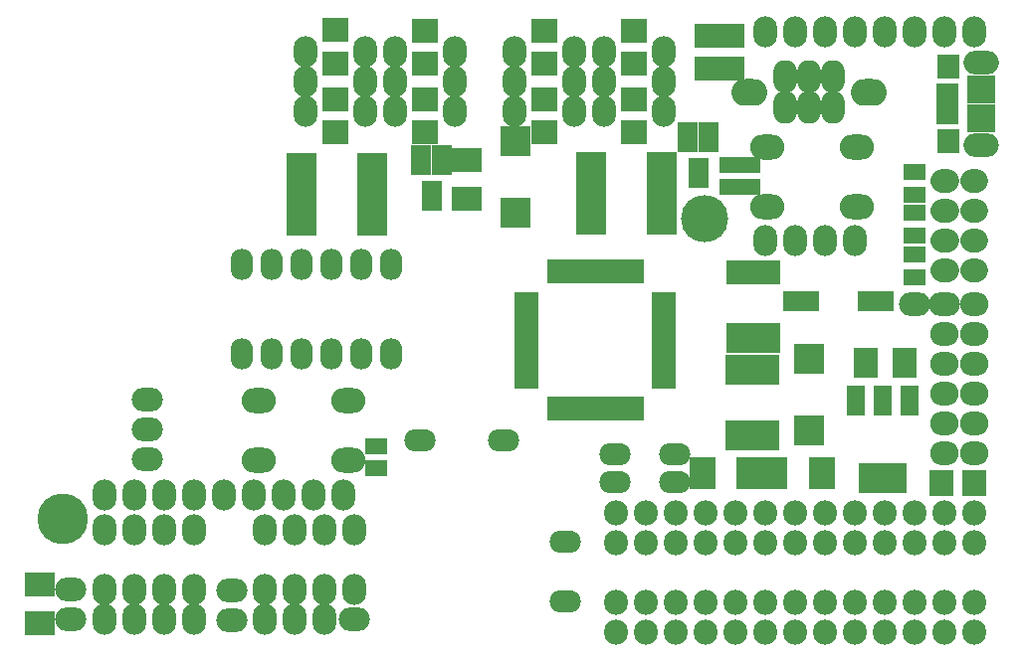
<source format=gts>
G04 (created by PCBNEW-RS274X (2012-01-19 BZR 3256)-stable) date 5/6/2556 16:26:55*
G01*
G70*
G90*
%MOIN*%
G04 Gerber Fmt 3.4, Leading zero omitted, Abs format*
%FSLAX34Y34*%
G04 APERTURE LIST*
%ADD10C,0.006000*%
%ADD11O,0.080000X0.085000*%
%ADD12C,0.170000*%
%ADD13C,0.158100*%
%ADD14O,0.080000X0.105000*%
%ADD15R,0.082900X0.090900*%
%ADD16O,0.105000X0.075000*%
%ADD17O,0.105000X0.080000*%
%ADD18O,0.115000X0.084000*%
%ADD19O,0.080000X0.110000*%
%ADD20O,0.120000X0.090000*%
%ADD21R,0.090900X0.082900*%
%ADD22R,0.030000X0.080000*%
%ADD23R,0.080000X0.030000*%
%ADD24O,0.075000X0.105000*%
%ADD25R,0.164000X0.100000*%
%ADD26R,0.060000X0.100000*%
%ADD27R,0.098700X0.039700*%
%ADD28R,0.098700X0.098700*%
%ADD29O,0.095000X0.080000*%
%ADD30R,0.065000X0.100000*%
%ADD31R,0.100000X0.080000*%
%ADD32R,0.075000X0.055000*%
%ADD33C,0.080000*%
%ADD34R,0.180000X0.100000*%
%ADD35R,0.090900X0.106600*%
%ADD36R,0.118400X0.067200*%
%ADD37R,0.080000X0.100000*%
%ADD38R,0.180000X0.080000*%
%ADD39R,0.073100X0.035700*%
%ADD40R,0.075100X0.083000*%
%ADD41R,0.094800X0.094800*%
%ADD42O,0.118400X0.079400*%
%ADD43O,0.118400X0.080000*%
G04 APERTURE END LIST*
G54D10*
G54D11*
X71949Y-48170D03*
X71949Y-49170D03*
X70949Y-48170D03*
X70949Y-49170D03*
X69949Y-48170D03*
X69949Y-49170D03*
X68949Y-48170D03*
X68949Y-49170D03*
X67949Y-48170D03*
X67949Y-49170D03*
X66949Y-48170D03*
X66949Y-49170D03*
X65949Y-48170D03*
X65949Y-49170D03*
X64949Y-48170D03*
X64949Y-49170D03*
X63949Y-48170D03*
X63949Y-49170D03*
X62949Y-48170D03*
X62949Y-49170D03*
X61949Y-48170D03*
X61949Y-49170D03*
X60949Y-48170D03*
X60949Y-49170D03*
X59949Y-48170D03*
X59949Y-49170D03*
G54D12*
X41402Y-45342D03*
G54D13*
X62898Y-35283D03*
G54D14*
X64943Y-36027D03*
X65943Y-36027D03*
X66943Y-36027D03*
X67943Y-36027D03*
G54D15*
X70841Y-44145D03*
X71959Y-44145D03*
G54D16*
X58246Y-48116D03*
X58246Y-46116D03*
G54D17*
X41678Y-48737D03*
X41678Y-47737D03*
G54D18*
X68016Y-32897D03*
X68016Y-34897D03*
X65016Y-32897D03*
X65016Y-34897D03*
G54D19*
X67210Y-30530D03*
X67210Y-31550D03*
X66410Y-30530D03*
X66410Y-31550D03*
X65610Y-30530D03*
X65610Y-31550D03*
G54D20*
X64410Y-31040D03*
X68410Y-31040D03*
G54D14*
X48186Y-45737D03*
X49186Y-45737D03*
X50186Y-45737D03*
X51186Y-45737D03*
G54D17*
X47064Y-48745D03*
X47064Y-47745D03*
G54D16*
X61914Y-43204D03*
X59914Y-43204D03*
G54D21*
X63018Y-30269D03*
X63018Y-29151D03*
X63815Y-30268D03*
X63815Y-29150D03*
G54D22*
X59743Y-37071D03*
X59548Y-37071D03*
X59353Y-37071D03*
X59153Y-37071D03*
X58958Y-37071D03*
X58763Y-37071D03*
X58563Y-37071D03*
X58368Y-37071D03*
X58173Y-37071D03*
X57973Y-37071D03*
X57778Y-37071D03*
X59743Y-41671D03*
X59548Y-41671D03*
X59353Y-41671D03*
X59153Y-41671D03*
X58958Y-41671D03*
X58763Y-41671D03*
X58563Y-41671D03*
X58368Y-41671D03*
X58173Y-41671D03*
X57973Y-41671D03*
X57778Y-41671D03*
G54D23*
X61553Y-37896D03*
X61553Y-38091D03*
X61553Y-38291D03*
X61553Y-38486D03*
X61553Y-38681D03*
X61553Y-38881D03*
X61553Y-39076D03*
X61553Y-39271D03*
X61553Y-39471D03*
X61553Y-39666D03*
X61553Y-39861D03*
X56953Y-39861D03*
X56953Y-39666D03*
X56953Y-39471D03*
X56953Y-39271D03*
X56953Y-39076D03*
X56953Y-38881D03*
X56953Y-38681D03*
X56953Y-38486D03*
X56953Y-38291D03*
X56953Y-38091D03*
X56953Y-37896D03*
X56953Y-40061D03*
X56953Y-40256D03*
X56953Y-40451D03*
X56953Y-40651D03*
X56953Y-40846D03*
X61553Y-40846D03*
X61553Y-40651D03*
X61553Y-40451D03*
X61553Y-40256D03*
X61553Y-40061D03*
G54D22*
X59943Y-41671D03*
X60138Y-41671D03*
X60333Y-41671D03*
X60533Y-41671D03*
X60728Y-41671D03*
X59943Y-37071D03*
X60138Y-37071D03*
X60333Y-37071D03*
X60533Y-37071D03*
X60728Y-37071D03*
G54D14*
X51538Y-29692D03*
X51538Y-30692D03*
X51538Y-31692D03*
X52538Y-29692D03*
X52538Y-30692D03*
X52538Y-31692D03*
G54D24*
X52423Y-36816D03*
X47423Y-36816D03*
X47423Y-39808D03*
X52423Y-39808D03*
X51423Y-39808D03*
X50423Y-39808D03*
X49423Y-39808D03*
X48423Y-39808D03*
X51423Y-36816D03*
X50423Y-36816D03*
X49423Y-36816D03*
X48423Y-36816D03*
G54D25*
X68880Y-43980D03*
G54D26*
X68880Y-41380D03*
X67980Y-41380D03*
X69780Y-41380D03*
G54D14*
X42804Y-44564D03*
X43804Y-44564D03*
X44804Y-44564D03*
X45804Y-44564D03*
X46804Y-44564D03*
X47804Y-44564D03*
X48804Y-44564D03*
X49804Y-44564D03*
X50804Y-44564D03*
X61538Y-31692D03*
X61538Y-30692D03*
X61538Y-29692D03*
X56538Y-31692D03*
X56538Y-30692D03*
X56538Y-29692D03*
X54538Y-31692D03*
X54538Y-30692D03*
X54538Y-29692D03*
X49538Y-31692D03*
X49538Y-30692D03*
X49538Y-29692D03*
G54D27*
X51763Y-35643D03*
X51764Y-35249D03*
X51764Y-34856D03*
X51764Y-34462D03*
X51764Y-34068D03*
X51764Y-33674D03*
X51764Y-33281D03*
X49401Y-35643D03*
X49401Y-35249D03*
X49401Y-34856D03*
X49401Y-34462D03*
X49401Y-34068D03*
X49401Y-33674D03*
X49401Y-33281D03*
X61471Y-35631D03*
X61472Y-35237D03*
X61472Y-34844D03*
X61472Y-34450D03*
X61472Y-34056D03*
X61472Y-33662D03*
X61472Y-33269D03*
X59109Y-35631D03*
X59109Y-35237D03*
X59109Y-34844D03*
X59109Y-34450D03*
X59109Y-34056D03*
X59109Y-33662D03*
X59109Y-33269D03*
G54D17*
X44237Y-41361D03*
X44237Y-42361D03*
X44237Y-43361D03*
G54D28*
X56580Y-32700D03*
X56580Y-35100D03*
G54D16*
X61914Y-44136D03*
X59914Y-44136D03*
G54D14*
X58538Y-29692D03*
X58538Y-30692D03*
X58538Y-31692D03*
X59538Y-29692D03*
X59538Y-30692D03*
X59538Y-31692D03*
G54D29*
X71950Y-43150D03*
X71950Y-42150D03*
X71950Y-41150D03*
X71950Y-40150D03*
X71950Y-39150D03*
X71950Y-38150D03*
X70950Y-43150D03*
X70950Y-42150D03*
X70950Y-41150D03*
X70950Y-40150D03*
X70950Y-39150D03*
G54D14*
X51186Y-47737D03*
G54D17*
X51186Y-48737D03*
G54D14*
X50186Y-47737D03*
X50186Y-48737D03*
X49186Y-47737D03*
X49186Y-48737D03*
X48186Y-47737D03*
X48186Y-48737D03*
X42800Y-45737D03*
X43800Y-45737D03*
X44800Y-45737D03*
X45800Y-45737D03*
X45800Y-47737D03*
X45800Y-48737D03*
X44800Y-47737D03*
X44800Y-48737D03*
X43800Y-47737D03*
X43800Y-48737D03*
X42800Y-47737D03*
X42800Y-48737D03*
G54D30*
X53412Y-33317D03*
X54112Y-33317D03*
X53762Y-34517D03*
X62344Y-32570D03*
X63044Y-32570D03*
X62694Y-33770D03*
G54D31*
X40627Y-48855D03*
X40627Y-47555D03*
G54D32*
X69950Y-37245D03*
X69950Y-36495D03*
X69940Y-35855D03*
X69940Y-35105D03*
X63770Y-34238D03*
X63770Y-33488D03*
X64407Y-34239D03*
X64407Y-33489D03*
G54D33*
X71875Y-34030D02*
X72025Y-34030D01*
X71875Y-35030D02*
X72025Y-35030D01*
X71875Y-36030D02*
X72025Y-36030D01*
X71875Y-37030D02*
X72025Y-37030D01*
G54D32*
X69952Y-34487D03*
X69952Y-33737D03*
G54D34*
X64526Y-40348D03*
X64526Y-42548D03*
G54D14*
X70944Y-29016D03*
X71944Y-29016D03*
G54D17*
X70930Y-38150D03*
X69930Y-38150D03*
G54D21*
X57540Y-28981D03*
X57540Y-30099D03*
X60537Y-28985D03*
X60537Y-30103D03*
G54D35*
X66836Y-43828D03*
X65256Y-43828D03*
X64410Y-43820D03*
X62830Y-43820D03*
G54D36*
X68660Y-38060D03*
X66160Y-38060D03*
G54D31*
X54943Y-33307D03*
X54943Y-34607D03*
G54D37*
X69614Y-40118D03*
X68314Y-40118D03*
G54D28*
X66416Y-40002D03*
X66416Y-42402D03*
G54D21*
X50540Y-28967D03*
X50540Y-30085D03*
X53543Y-28974D03*
X53543Y-30092D03*
G54D34*
X64530Y-39290D03*
G54D38*
X64530Y-37090D03*
G54D18*
X50976Y-41378D03*
X50976Y-43378D03*
X47976Y-41378D03*
X47976Y-43378D03*
G54D32*
X51909Y-42915D03*
X51909Y-43665D03*
G54D11*
X71951Y-45149D03*
X71951Y-46149D03*
X70951Y-45149D03*
X70951Y-46149D03*
X69951Y-45149D03*
X69951Y-46149D03*
X68951Y-45149D03*
X68951Y-46149D03*
X67951Y-45149D03*
X67951Y-46149D03*
X66951Y-45149D03*
X66951Y-46149D03*
X65951Y-45149D03*
X65951Y-46149D03*
X64951Y-45149D03*
X64951Y-46149D03*
X63951Y-45149D03*
X63951Y-46149D03*
X62951Y-45149D03*
X62951Y-46149D03*
X61951Y-45149D03*
X61951Y-46149D03*
X60951Y-45149D03*
X60951Y-46149D03*
X59951Y-45149D03*
X59951Y-46149D03*
G54D33*
X70878Y-34032D02*
X71028Y-34032D01*
X70878Y-35032D02*
X71028Y-35032D01*
X70878Y-36032D02*
X71028Y-36032D01*
X70878Y-37032D02*
X71028Y-37032D01*
G54D21*
X50540Y-31277D03*
X50540Y-32395D03*
X53543Y-31277D03*
X53543Y-32395D03*
X57540Y-31284D03*
X57540Y-32402D03*
X60534Y-31288D03*
X60534Y-32406D03*
G54D39*
X71050Y-31444D03*
X71050Y-31188D03*
X71050Y-31700D03*
X71050Y-31956D03*
X71050Y-30932D03*
G54D40*
X71090Y-32704D03*
X71090Y-30184D03*
G54D41*
X72192Y-31916D03*
X72192Y-30972D03*
G54D42*
X72192Y-32822D03*
G54D43*
X72192Y-30066D03*
G54D14*
X64944Y-29015D03*
X65944Y-29015D03*
X66944Y-29015D03*
X67944Y-29015D03*
X69944Y-29016D03*
X68944Y-29016D03*
G54D16*
X56183Y-42714D03*
X53383Y-42714D03*
M02*

</source>
